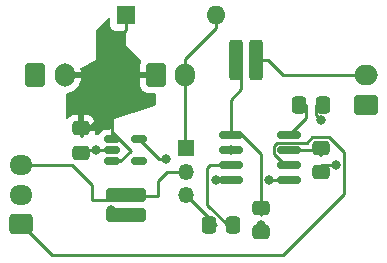
<source format=gbr>
%TF.GenerationSoftware,KiCad,Pcbnew,7.0.8-7.0.8~ubuntu22.04.1*%
%TF.CreationDate,2023-10-16T16:43:54-07:00*%
%TF.ProjectId,SolenoidDriver,536f6c65-6e6f-4696-9444-72697665722e,rev?*%
%TF.SameCoordinates,Original*%
%TF.FileFunction,Copper,L1,Top*%
%TF.FilePolarity,Positive*%
%FSLAX46Y46*%
G04 Gerber Fmt 4.6, Leading zero omitted, Abs format (unit mm)*
G04 Created by KiCad (PCBNEW 7.0.8-7.0.8~ubuntu22.04.1) date 2023-10-16 16:43:54*
%MOMM*%
%LPD*%
G01*
G04 APERTURE LIST*
G04 Aperture macros list*
%AMRoundRect*
0 Rectangle with rounded corners*
0 $1 Rounding radius*
0 $2 $3 $4 $5 $6 $7 $8 $9 X,Y pos of 4 corners*
0 Add a 4 corners polygon primitive as box body*
4,1,4,$2,$3,$4,$5,$6,$7,$8,$9,$2,$3,0*
0 Add four circle primitives for the rounded corners*
1,1,$1+$1,$2,$3*
1,1,$1+$1,$4,$5*
1,1,$1+$1,$6,$7*
1,1,$1+$1,$8,$9*
0 Add four rect primitives between the rounded corners*
20,1,$1+$1,$2,$3,$4,$5,0*
20,1,$1+$1,$4,$5,$6,$7,0*
20,1,$1+$1,$6,$7,$8,$9,0*
20,1,$1+$1,$8,$9,$2,$3,0*%
G04 Aperture macros list end*
%TA.AperFunction,SMDPad,CuDef*%
%ADD10RoundRect,0.250000X0.337500X1.450000X-0.337500X1.450000X-0.337500X-1.450000X0.337500X-1.450000X0*%
%TD*%
%TA.AperFunction,SMDPad,CuDef*%
%ADD11RoundRect,0.250000X-1.450000X0.337500X-1.450000X-0.337500X1.450000X-0.337500X1.450000X0.337500X0*%
%TD*%
%TA.AperFunction,SMDPad,CuDef*%
%ADD12RoundRect,0.250000X-0.475000X0.337500X-0.475000X-0.337500X0.475000X-0.337500X0.475000X0.337500X0*%
%TD*%
%TA.AperFunction,SMDPad,CuDef*%
%ADD13RoundRect,0.250000X0.337500X0.475000X-0.337500X0.475000X-0.337500X-0.475000X0.337500X-0.475000X0*%
%TD*%
%TA.AperFunction,SMDPad,CuDef*%
%ADD14RoundRect,0.250000X-0.337500X-0.475000X0.337500X-0.475000X0.337500X0.475000X-0.337500X0.475000X0*%
%TD*%
%TA.AperFunction,ComponentPad*%
%ADD15RoundRect,0.250000X0.725000X-0.600000X0.725000X0.600000X-0.725000X0.600000X-0.725000X-0.600000X0*%
%TD*%
%TA.AperFunction,ComponentPad*%
%ADD16O,1.950000X1.700000*%
%TD*%
%TA.AperFunction,ComponentPad*%
%ADD17RoundRect,0.250000X0.750000X-0.600000X0.750000X0.600000X-0.750000X0.600000X-0.750000X-0.600000X0*%
%TD*%
%TA.AperFunction,ComponentPad*%
%ADD18O,2.000000X1.700000*%
%TD*%
%TA.AperFunction,ComponentPad*%
%ADD19RoundRect,0.250000X-0.600000X-0.750000X0.600000X-0.750000X0.600000X0.750000X-0.600000X0.750000X0*%
%TD*%
%TA.AperFunction,ComponentPad*%
%ADD20O,1.700000X2.000000*%
%TD*%
%TA.AperFunction,SMDPad,CuDef*%
%ADD21RoundRect,0.150000X-0.825000X-0.150000X0.825000X-0.150000X0.825000X0.150000X-0.825000X0.150000X0*%
%TD*%
%TA.AperFunction,SMDPad,CuDef*%
%ADD22RoundRect,0.150000X-0.512500X-0.150000X0.512500X-0.150000X0.512500X0.150000X-0.512500X0.150000X0*%
%TD*%
%TA.AperFunction,ComponentPad*%
%ADD23O,1.350000X1.350000*%
%TD*%
%TA.AperFunction,ComponentPad*%
%ADD24R,1.350000X1.350000*%
%TD*%
%TA.AperFunction,ComponentPad*%
%ADD25R,1.600000X1.600000*%
%TD*%
%TA.AperFunction,ComponentPad*%
%ADD26O,1.600000X1.600000*%
%TD*%
%TA.AperFunction,ViaPad*%
%ADD27C,0.800000*%
%TD*%
%TA.AperFunction,Conductor*%
%ADD28C,0.250000*%
%TD*%
G04 APERTURE END LIST*
D10*
%TO.P,R2,1*%
%TO.N,Net-(J4-Pin_2)*%
X116407500Y-33560000D03*
%TO.P,R2,2*%
%TO.N,Net-(U2-IN)*%
X114732500Y-33560000D03*
%TD*%
D11*
%TO.P,R1,1*%
%TO.N,Net-(J1-Pin_3)*%
X105410000Y-44990000D03*
%TO.P,R1,2*%
%TO.N,GND*%
X105410000Y-46665000D03*
%TD*%
D12*
%TO.P,C5,1*%
%TO.N,Net-(U2-IN)*%
X116840000Y-46060000D03*
%TO.P,C5,2*%
%TO.N,GND*%
X116840000Y-48135000D03*
%TD*%
D13*
%TO.P,C4,1*%
%TO.N,Net-(U2-CPC)*%
X114500000Y-47530000D03*
%TO.P,C4,2*%
%TO.N,GND*%
X112425000Y-47530000D03*
%TD*%
D12*
%TO.P,C3,1*%
%TO.N,Net-(U2-CLIN)*%
X121920000Y-40980000D03*
%TO.P,C3,2*%
%TO.N,GND*%
X121920000Y-43055000D03*
%TD*%
D14*
%TO.P,C2,1*%
%TO.N,Net-(U2-VDD(int))*%
X120045000Y-37370000D03*
%TO.P,C2,2*%
%TO.N,GND*%
X122120000Y-37370000D03*
%TD*%
D12*
%TO.P,C1,1*%
%TO.N,+12V*%
X101600000Y-39305000D03*
%TO.P,C1,2*%
%TO.N,GND*%
X101600000Y-41380000D03*
%TD*%
D15*
%TO.P,J1,1,Pin_1*%
%TO.N,VBUS*%
X96520000Y-47450000D03*
D16*
%TO.P,J1,2,Pin_2*%
%TO.N,GND*%
X96520000Y-44950000D03*
%TO.P,J1,3,Pin_3*%
%TO.N,Net-(J1-Pin_3)*%
X96520000Y-42450000D03*
%TD*%
D17*
%TO.P,J4,1,Pin_1*%
%TO.N,GND*%
X125730000Y-37330000D03*
D18*
%TO.P,J4,2,Pin_2*%
%TO.N,Net-(J4-Pin_2)*%
X125730000Y-34830000D03*
%TD*%
D19*
%TO.P,J3,1,Pin_1*%
%TO.N,GND*%
X97770000Y-34830000D03*
D20*
%TO.P,J3,2,Pin_2*%
%TO.N,+12V*%
X100270000Y-34830000D03*
%TD*%
D19*
%TO.P,J2,1,Pin_1*%
%TO.N,+12V*%
X107950000Y-34830000D03*
D20*
%TO.P,J2,2,Pin_2*%
%TO.N,Net-(D1-A)*%
X110450000Y-34830000D03*
%TD*%
D21*
%TO.P,U2,1,IN*%
%TO.N,Net-(U2-IN)*%
X114300000Y-39910000D03*
%TO.P,U2,2,TYPE*%
%TO.N,GND*%
X114300000Y-41180000D03*
%TO.P,U2,3,CPC*%
%TO.N,Net-(U2-CPC)*%
X114300000Y-42450000D03*
%TO.P,U2,4,VSS*%
%TO.N,GND*%
X114300000Y-43720000D03*
%TO.P,U2,5,VDD*%
%TO.N,+3.3V*%
X119250000Y-43720000D03*
%TO.P,U2,6,OUT*%
%TO.N,VBUS*%
X119250000Y-42450000D03*
%TO.P,U2,7,CLIN*%
%TO.N,Net-(U2-CLIN)*%
X119250000Y-41180000D03*
%TO.P,U2,8,VDD(int)*%
%TO.N,Net-(U2-VDD(int))*%
X119250000Y-39910000D03*
%TD*%
D22*
%TO.P,U1,1,IN*%
%TO.N,+12V*%
X104272500Y-40230000D03*
%TO.P,U1,2,GND*%
%TO.N,GND*%
X104272500Y-41180000D03*
%TO.P,U1,3,EN*%
%TO.N,+12V*%
X104272500Y-42130000D03*
%TO.P,U1,4,NC*%
%TO.N,unconnected-(U1-NC-Pad4)*%
X106547500Y-42130000D03*
%TO.P,U1,5,OUT*%
%TO.N,+3.3V*%
X106547500Y-40230000D03*
%TD*%
D23*
%TO.P,Q1,3,S*%
%TO.N,GND*%
X110490000Y-44990000D03*
%TO.P,Q1,2,G*%
%TO.N,Net-(J1-Pin_3)*%
X110490000Y-42990000D03*
D24*
%TO.P,Q1,1,D*%
%TO.N,Net-(D1-A)*%
X110490000Y-40990000D03*
%TD*%
D25*
%TO.P,D1,1,K*%
%TO.N,+12V*%
X105410000Y-29750000D03*
D26*
%TO.P,D1,2,A*%
%TO.N,Net-(D1-A)*%
X113030000Y-29750000D03*
%TD*%
D27*
%TO.N,+3.3V*%
X117564500Y-43669549D03*
X108831056Y-41923147D03*
%TO.N,GND*%
X102870000Y-41180000D03*
X121920000Y-38640000D03*
X123190000Y-42450000D03*
X114300000Y-41180000D03*
X116840000Y-47530000D03*
X113030000Y-43720000D03*
X104140000Y-46260000D03*
%TD*%
D28*
%TO.N,GND*%
X116840000Y-47530000D02*
X116840000Y-47505000D01*
%TO.N,Net-(J1-Pin_3)*%
X102512575Y-44115451D02*
X102512575Y-45397776D01*
X102512575Y-45397776D02*
X102534799Y-45420000D01*
X102534799Y-45420000D02*
X105410000Y-45420000D01*
X105410000Y-45420000D02*
X105814299Y-45015701D01*
X105814299Y-45015701D02*
X108108122Y-45015701D01*
X108108122Y-45015701D02*
X108108122Y-43745701D01*
X108108122Y-43745701D02*
X108863823Y-42990000D01*
X108863823Y-42990000D02*
X110490000Y-42990000D01*
%TO.N,+12V*%
X104272500Y-42130000D02*
X104935000Y-42130000D01*
X104935000Y-42130000D02*
X105838248Y-41226752D01*
X105838248Y-41226752D02*
X104272500Y-39661004D01*
X104272500Y-39661004D02*
X104272500Y-38640000D01*
%TO.N,GND*%
X104272500Y-41180000D02*
X102870000Y-41180000D01*
X101600000Y-41380000D02*
X101800000Y-41180000D01*
X101800000Y-41180000D02*
X104272500Y-41180000D01*
%TO.N,VBUS*%
X96520000Y-47450000D02*
X99140000Y-50070000D01*
X99140000Y-50070000D02*
X118713038Y-50070000D01*
X123915000Y-41349326D02*
X122633174Y-40067500D01*
X118713038Y-50070000D02*
X123915000Y-44868038D01*
X117950000Y-41526752D02*
X118873248Y-42450000D01*
X123915000Y-44868038D02*
X123915000Y-41349326D01*
X122633174Y-40067500D02*
X121206826Y-40067500D01*
X121206826Y-40067500D02*
X120719326Y-40555000D01*
X118228248Y-40555000D02*
X117950000Y-40833248D01*
X120719326Y-40555000D02*
X118228248Y-40555000D01*
X117950000Y-40833248D02*
X117950000Y-41526752D01*
X118873248Y-42450000D02*
X119250000Y-42450000D01*
%TO.N,+3.3V*%
X117564500Y-43669549D02*
X119199549Y-43669549D01*
X119199549Y-43669549D02*
X119250000Y-43720000D01*
X108240647Y-41923147D02*
X108831056Y-41923147D01*
X106547500Y-40230000D02*
X108240647Y-41923147D01*
%TO.N,GND*%
X121490000Y-38210000D02*
X121920000Y-38640000D01*
X121490000Y-37370000D02*
X121490000Y-38210000D01*
X123165000Y-42425000D02*
X123190000Y-42450000D01*
X121920000Y-42425000D02*
X123165000Y-42425000D01*
%TO.N,Net-(D1-A)*%
X110450000Y-34830000D02*
X110450000Y-40950000D01*
X110450000Y-40950000D02*
X110490000Y-40990000D01*
X110450000Y-34830000D02*
X110450000Y-33417226D01*
X110450000Y-33417226D02*
X113030000Y-30837226D01*
X113030000Y-30837226D02*
X113030000Y-29750000D01*
%TO.N,Net-(J4-Pin_2)*%
X125730000Y-34830000D02*
X118707418Y-34830000D01*
X118707418Y-34830000D02*
X117437418Y-33560000D01*
X117437418Y-33560000D02*
X115977500Y-33560000D01*
%TO.N,Net-(U2-CLIN)*%
X119250000Y-41180000D02*
X121490000Y-41180000D01*
X121490000Y-41180000D02*
X121920000Y-41610000D01*
%TO.N,Net-(U2-VDD(int))*%
X119250000Y-39910000D02*
X120675000Y-38485000D01*
X120675000Y-38485000D02*
X120675000Y-37370000D01*
%TO.N,Net-(U2-IN)*%
X114300000Y-39910000D02*
X114300000Y-36892841D01*
X114300000Y-36892841D02*
X115162500Y-36030341D01*
X115162500Y-36030341D02*
X115162500Y-33560000D01*
X114300000Y-39910000D02*
X115275000Y-39910000D01*
X115275000Y-39910000D02*
X116840000Y-41475000D01*
X116840000Y-41475000D02*
X116840000Y-46690000D01*
%TO.N,Net-(U2-CPC)*%
X113870000Y-47530000D02*
X113870000Y-47330000D01*
X112561722Y-42450000D02*
X114300000Y-42450000D01*
X113870000Y-47330000D02*
X112400990Y-45860990D01*
X112400990Y-45860990D02*
X112346101Y-45860990D01*
X112346101Y-45860990D02*
X112305000Y-45819889D01*
X112305000Y-45819889D02*
X112305000Y-42706722D01*
X112305000Y-42706722D02*
X112561722Y-42450000D01*
%TO.N,GND*%
X113055000Y-47530000D02*
X113030000Y-47530000D01*
X113030000Y-47530000D02*
X110490000Y-44990000D01*
X114300000Y-43720000D02*
X113030000Y-43720000D01*
X105410000Y-46260000D02*
X104140000Y-46260000D01*
X105410000Y-46235000D02*
X105410000Y-46260000D01*
%TO.N,Net-(J1-Pin_3)*%
X96520000Y-42450000D02*
X100847124Y-42450000D01*
X100847124Y-42450000D02*
X102512575Y-44115451D01*
X102512575Y-44115451D02*
X102512575Y-44127776D01*
X102512575Y-44127776D02*
X102534799Y-44150000D01*
%TO.N,+12V*%
X101600000Y-38640000D02*
X101600000Y-39935000D01*
X104272500Y-38640000D02*
X104272500Y-40230000D01*
X104272500Y-34962500D02*
X104272500Y-38640000D01*
X104272500Y-38640000D02*
X102895000Y-38640000D01*
X102895000Y-38640000D02*
X101600000Y-39935000D01*
X104140000Y-34830000D02*
X104272500Y-34962500D01*
X104140000Y-34830000D02*
X104140000Y-32290000D01*
X100270000Y-34830000D02*
X104140000Y-34830000D01*
X105410000Y-31020000D02*
X105410000Y-29750000D01*
X104140000Y-34830000D02*
X107950000Y-34830000D01*
X104140000Y-32290000D02*
X105410000Y-31020000D01*
%TD*%
%TA.AperFunction,Conductor*%
%TO.N,+12V*%
G36*
X104029334Y-29963180D02*
G01*
X104085267Y-30005052D01*
X104109684Y-30070516D01*
X104110000Y-30079362D01*
X104110000Y-30597844D01*
X104116401Y-30657372D01*
X104116403Y-30657379D01*
X104166645Y-30792086D01*
X104166649Y-30792093D01*
X104252809Y-30907187D01*
X104252812Y-30907190D01*
X104367906Y-30993350D01*
X104367913Y-30993354D01*
X104502620Y-31043596D01*
X104502627Y-31043598D01*
X104562155Y-31049999D01*
X104562172Y-31050000D01*
X105286000Y-31050000D01*
X105353039Y-31069685D01*
X105398794Y-31122489D01*
X105410000Y-31174000D01*
X105410000Y-32290000D01*
X106678424Y-33558424D01*
X106711909Y-33619747D01*
X106706925Y-33689439D01*
X106696283Y-33711200D01*
X106665642Y-33760878D01*
X106610494Y-33927302D01*
X106610493Y-33927309D01*
X106600000Y-34030013D01*
X106600000Y-34580000D01*
X107516314Y-34580000D01*
X107490507Y-34620156D01*
X107450000Y-34758111D01*
X107450000Y-34901889D01*
X107490507Y-35039844D01*
X107516314Y-35080000D01*
X106600001Y-35080000D01*
X106600001Y-35629986D01*
X106610494Y-35732697D01*
X106665641Y-35899119D01*
X106665643Y-35899124D01*
X106757684Y-36048345D01*
X106881654Y-36172315D01*
X107030875Y-36264356D01*
X107030880Y-36264358D01*
X107197302Y-36319505D01*
X107197309Y-36319506D01*
X107300019Y-36329999D01*
X107826000Y-36329999D01*
X107893039Y-36349683D01*
X107938794Y-36402487D01*
X107950000Y-36453999D01*
X107950000Y-37280625D01*
X107930315Y-37347664D01*
X107877511Y-37393419D01*
X107865212Y-37398262D01*
X104140000Y-38640000D01*
X104140000Y-39306000D01*
X104120315Y-39373039D01*
X104067511Y-39418794D01*
X104016000Y-39430000D01*
X103694356Y-39430000D01*
X103657510Y-39432899D01*
X103657504Y-39432900D01*
X103499806Y-39478716D01*
X103499803Y-39478717D01*
X103358447Y-39562314D01*
X103358438Y-39562321D01*
X103242321Y-39678438D01*
X103242314Y-39678447D01*
X103158717Y-39819803D01*
X103158716Y-39819806D01*
X103158487Y-39820595D01*
X103158138Y-39821139D01*
X103155618Y-39826965D01*
X103154678Y-39826558D01*
X103120881Y-39879481D01*
X103057409Y-39908687D01*
X103039411Y-39910000D01*
X102940091Y-39910000D01*
X102873052Y-39890315D01*
X102827297Y-39837511D01*
X102816733Y-39773397D01*
X102824999Y-39692486D01*
X102825000Y-39692473D01*
X102825000Y-39555000D01*
X101474000Y-39555000D01*
X101406961Y-39535315D01*
X101361206Y-39482511D01*
X101350000Y-39431000D01*
X101350000Y-38217500D01*
X101850000Y-38217500D01*
X101850000Y-39055000D01*
X102824999Y-39055000D01*
X102824999Y-38917528D01*
X102824998Y-38917513D01*
X102814505Y-38814802D01*
X102759358Y-38648380D01*
X102759356Y-38648375D01*
X102667315Y-38499154D01*
X102543345Y-38375184D01*
X102394124Y-38283143D01*
X102394119Y-38283141D01*
X102227697Y-38227994D01*
X102227690Y-38227993D01*
X102124986Y-38217500D01*
X101850000Y-38217500D01*
X101350000Y-38217500D01*
X101075029Y-38217500D01*
X101075012Y-38217501D01*
X100972302Y-38227994D01*
X100805880Y-38283141D01*
X100805875Y-38283143D01*
X100656654Y-38375184D01*
X100541681Y-38490158D01*
X100480358Y-38523643D01*
X100410666Y-38518659D01*
X100354733Y-38476787D01*
X100330316Y-38411323D01*
X100330000Y-38402477D01*
X100330000Y-36443532D01*
X100349685Y-36376493D01*
X100402489Y-36330738D01*
X100443193Y-36320004D01*
X100505319Y-36314568D01*
X100505323Y-36314568D01*
X100733483Y-36253433D01*
X100733492Y-36253429D01*
X100947577Y-36153600D01*
X100947579Y-36153599D01*
X101141073Y-36018113D01*
X101141079Y-36018108D01*
X101308108Y-35851079D01*
X101308113Y-35851073D01*
X101443599Y-35657579D01*
X101443600Y-35657577D01*
X101543429Y-35443492D01*
X101543433Y-35443483D01*
X101604567Y-35215326D01*
X101604569Y-35215315D01*
X101616407Y-35080000D01*
X100703686Y-35080000D01*
X100729493Y-35039844D01*
X100770000Y-34901889D01*
X100770000Y-34758111D01*
X100732078Y-34628960D01*
X100830000Y-34580000D01*
X101616407Y-34580000D01*
X101616407Y-34579999D01*
X101604569Y-34444684D01*
X101604568Y-34444677D01*
X101571222Y-34320230D01*
X101572885Y-34250380D01*
X101612047Y-34192518D01*
X101635533Y-34177233D01*
X102870000Y-33560000D01*
X102870000Y-31071362D01*
X102889685Y-31004323D01*
X102906319Y-30983681D01*
X103898319Y-29991681D01*
X103959642Y-29958196D01*
X104029334Y-29963180D01*
G37*
%TD.AperFunction*%
%TD*%
M02*

</source>
